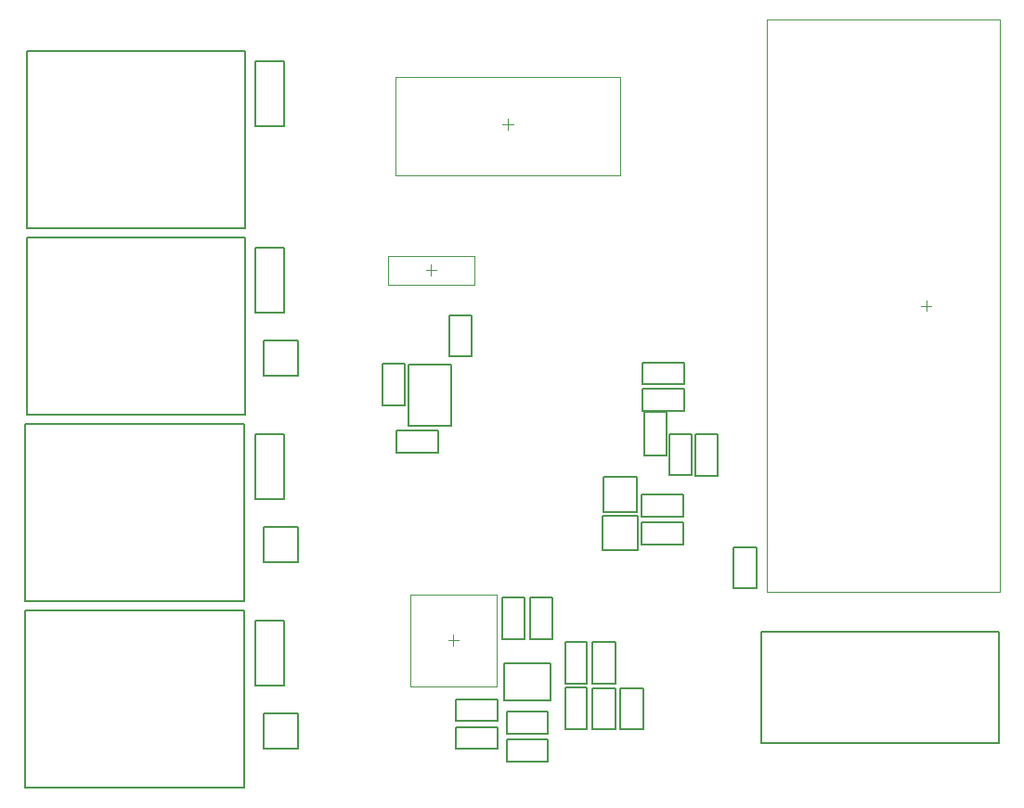
<source format=gbr>
%TF.GenerationSoftware,Altium Limited,Altium Designer,24.9.1 (31)*%
G04 Layer_Color=32768*
%FSLAX45Y45*%
%MOMM*%
%TF.SameCoordinates,E37428AF-A4AF-452D-A059-51B4F3D01195*%
%TF.FilePolarity,Positive*%
%TF.FileFunction,Other,Top_Courtyard*%
%TF.Part,Single*%
G01*
G75*
%TA.AperFunction,NonConductor*%
%ADD47C,0.20000*%
%ADD51C,0.10000*%
%ADD56C,0.05000*%
D47*
X11071799Y7764800D02*
X11381801D01*
X11071799D02*
Y8084800D01*
X11381801D01*
Y7764800D02*
Y8084800D01*
X14528693Y7443196D02*
Y7644404D01*
Y7443196D02*
X14909908D01*
Y7644404D01*
X14528693D02*
X14909908D01*
X15006894Y7228291D02*
X15213106D01*
X15006894Y6851708D02*
Y7228291D01*
Y6851708D02*
X15213106D01*
Y7228291D01*
X14766895Y7229831D02*
X14973106D01*
X14766895Y6853248D02*
Y7229831D01*
Y6853248D02*
X14973106D01*
Y7229831D01*
X15356894Y6198291D02*
X15563107D01*
X15356894Y5821708D02*
Y6198291D01*
Y5821708D02*
X15563107D01*
Y6198291D01*
X14518311Y6427709D02*
X14894890D01*
Y6221491D02*
Y6427709D01*
X14518311Y6221491D02*
X14894890D01*
X14518311D02*
Y6427709D01*
X14160001Y6485000D02*
X14480000D01*
X14160001Y6175000D02*
Y6485000D01*
Y6175000D02*
X14480000D01*
Y6485000D01*
X8898301Y5705099D02*
Y7325101D01*
Y5705099D02*
X10888299D01*
Y7325101D01*
X8898301D02*
X10888299D01*
X8911001Y9108699D02*
Y10728701D01*
Y9108699D02*
X10900999D01*
Y10728701D01*
X8911001D02*
X10900999D01*
X11381801Y4361200D02*
Y4681200D01*
X11071799D02*
X11381801D01*
X11071799Y4361200D02*
Y4681200D01*
Y4361200D02*
X11381801D01*
Y6063000D02*
Y6383000D01*
X11071799D02*
X11381801D01*
X11071799Y6063000D02*
Y6383000D01*
Y6063000D02*
X11381801D01*
X8898301Y5623301D02*
X10888299D01*
Y4003299D02*
Y5623301D01*
X8898301Y4003299D02*
X10888299D01*
X8898301D02*
Y5623301D01*
X8911001Y9026901D02*
X10900999D01*
Y7406899D02*
Y9026901D01*
X8911001Y7406899D02*
X10900999D01*
X8911001D02*
Y9026901D01*
X10997702Y5530312D02*
X11252698D01*
X10997702Y4934488D02*
Y5530312D01*
Y4934488D02*
X11252698D01*
Y5530312D01*
X10997702Y7232112D02*
X11252698D01*
X10997702Y6636288D02*
Y7232112D01*
Y6636288D02*
X11252698D01*
Y7232112D01*
X10997702Y8933912D02*
X11252698D01*
X10997702Y8338088D02*
Y8933912D01*
Y8338088D02*
X11252698D01*
Y8933912D01*
X10997702Y10635712D02*
X11252698D01*
X10997702Y10039888D02*
Y10635712D01*
Y10039888D02*
X11252698D01*
Y10635712D01*
X14894890Y6475491D02*
Y6681709D01*
X14518311D02*
X14894890D01*
X14518311Y6475491D02*
Y6681709D01*
Y6475491D02*
X14894890D01*
X14164999Y6520000D02*
X14475002D01*
X14164999D02*
Y6840000D01*
X14475002D01*
Y6520000D02*
Y6840000D01*
X12390699Y7301901D02*
X12780701D01*
Y7861899D01*
X12390699D02*
X12780701D01*
X12390699Y7301901D02*
Y7861899D01*
X14748409Y7038289D02*
Y7428911D01*
X14537791Y7038289D02*
X14748409D01*
X14537791D02*
Y7428911D01*
X14748409D01*
X14070091Y4536110D02*
X14276309D01*
Y4912690D01*
X14070091D02*
X14276309D01*
X14070091Y4536110D02*
Y4912690D01*
X15609302Y4414200D02*
Y5429199D01*
X17776801D01*
Y4414200D02*
Y5429199D01*
X15609302Y4414200D02*
X17776801D01*
X13261951Y5135702D02*
X13687450D01*
Y4795698D02*
Y5135702D01*
X13261951Y4795698D02*
X13687450D01*
X13261951D02*
Y5135702D01*
X14070091Y4955210D02*
Y5331790D01*
X14276309D01*
Y4955210D02*
Y5331790D01*
X14070091Y4955210D02*
X14276309D01*
X13818596Y4952893D02*
Y5334107D01*
X14019804D01*
Y4952893D02*
Y5334107D01*
X13818596Y4952893D02*
X14019804D01*
X14528693Y7684496D02*
Y7885704D01*
Y7684496D02*
X14909908D01*
Y7885704D01*
X14528693D02*
X14909908D01*
X12280793Y7062196D02*
Y7263404D01*
Y7062196D02*
X12662007D01*
Y7263404D01*
X12280793D02*
X12662007D01*
X12154896Y7492893D02*
X12356104D01*
Y7874107D01*
X12154896D02*
X12356104D01*
X12154896Y7492893D02*
Y7874107D01*
X12826894Y4357096D02*
X13208107D01*
X12826894D02*
Y4558304D01*
X13208107D01*
Y4357096D02*
Y4558304D01*
X12826894Y4611096D02*
X13208107D01*
X12826894D02*
Y4812304D01*
X13208107D01*
Y4611096D02*
Y4812304D01*
X13286411Y4700509D02*
X13662990D01*
Y4494291D02*
Y4700509D01*
X13286411Y4494291D02*
X13662990D01*
X13286411D02*
Y4700509D01*
X12761991Y7939710D02*
X12968208D01*
Y8316290D01*
X12761991D02*
X12968208D01*
X12761991Y7939710D02*
Y8316290D01*
X13286411Y4240291D02*
X13662990D01*
X13286411D02*
Y4446509D01*
X13662990D01*
Y4240291D02*
Y4446509D01*
X13247096Y5740507D02*
X13448305D01*
X13247096Y5359293D02*
Y5740507D01*
Y5359293D02*
X13448305D01*
Y5740507D01*
X13501096D02*
X13702304D01*
X13501096Y5359293D02*
Y5740507D01*
Y5359293D02*
X13702304D01*
Y5740507D01*
X13818596Y4533793D02*
Y4915007D01*
X14019804D01*
Y4533793D02*
Y4915007D01*
X13818596Y4533793D02*
X14019804D01*
X14530309Y4536110D02*
Y4912690D01*
X14324091Y4536110D02*
X14530309D01*
X14324091D02*
Y4912690D01*
X14530309D01*
D51*
X13246902Y10058400D02*
X13346902D01*
X13296899Y10008403D02*
Y10108402D01*
X12548403Y8724900D02*
X12648402D01*
X12598400Y8674903D02*
Y8774902D01*
D56*
X14321902Y9590400D02*
Y10488402D01*
X12271898Y9590400D02*
X14321902D01*
X12271898Y10488402D02*
X14321902D01*
X12271898Y9590400D02*
Y10488402D01*
X15656499Y5786501D02*
X17783998D01*
Y11016498D01*
X15656499D02*
X17783998D01*
X15656499Y5786501D02*
Y11016498D01*
X17061501Y8401497D02*
X17161501D01*
X17111502Y8351500D02*
Y8451499D01*
X12207403Y8859398D02*
X12989403D01*
X12207403Y8590402D02*
Y8859398D01*
X12989403Y8590402D02*
Y8859398D01*
X12207403Y8590402D02*
X12989403D01*
X12406600Y4926701D02*
Y5766699D01*
Y4926701D02*
X13196600D01*
Y5766699D01*
X12406600D02*
X13196600D01*
X12801601Y5296703D02*
Y5396702D01*
X12751603Y5346700D02*
X12851602D01*
%TF.MD5,3c24169dda21aed97d38fd2ff78a6b26*%
M02*

</source>
